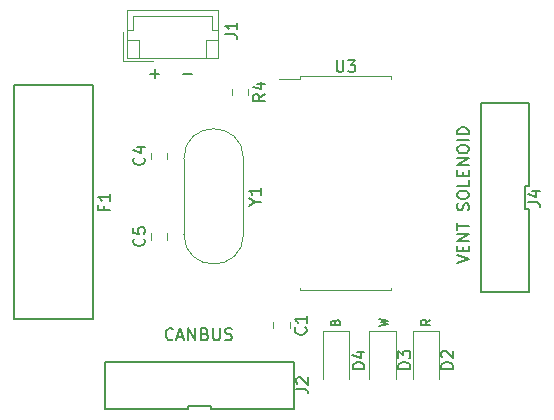
<source format=gto>
G04 #@! TF.GenerationSoftware,KiCad,Pcbnew,(5.1.6)-1*
G04 #@! TF.CreationDate,2021-02-16T02:40:24-05:00*
G04 #@! TF.ProjectId,vent,76656e74-2e6b-4696-9361-645f70636258,rev?*
G04 #@! TF.SameCoordinates,Original*
G04 #@! TF.FileFunction,Legend,Top*
G04 #@! TF.FilePolarity,Positive*
%FSLAX46Y46*%
G04 Gerber Fmt 4.6, Leading zero omitted, Abs format (unit mm)*
G04 Created by KiCad (PCBNEW (5.1.6)-1) date 2021-02-16 02:40:24*
%MOMM*%
%LPD*%
G01*
G04 APERTURE LIST*
%ADD10C,0.203200*%
%ADD11C,0.190500*%
%ADD12C,0.150000*%
%ADD13C,0.120000*%
G04 APERTURE END LIST*
D10*
X143614019Y-122798114D02*
X144630019Y-122459447D01*
X143614019Y-122120780D01*
X144097828Y-121782114D02*
X144097828Y-121443447D01*
X144630019Y-121298304D02*
X144630019Y-121782114D01*
X143614019Y-121782114D01*
X143614019Y-121298304D01*
X144630019Y-120862876D02*
X143614019Y-120862876D01*
X144630019Y-120282304D01*
X143614019Y-120282304D01*
X143614019Y-119943638D02*
X143614019Y-119363066D01*
X144630019Y-119653352D02*
X143614019Y-119653352D01*
X144581638Y-118298685D02*
X144630019Y-118153542D01*
X144630019Y-117911638D01*
X144581638Y-117814876D01*
X144533257Y-117766495D01*
X144436495Y-117718114D01*
X144339733Y-117718114D01*
X144242971Y-117766495D01*
X144194590Y-117814876D01*
X144146209Y-117911638D01*
X144097828Y-118105161D01*
X144049447Y-118201923D01*
X144001066Y-118250304D01*
X143904304Y-118298685D01*
X143807542Y-118298685D01*
X143710780Y-118250304D01*
X143662400Y-118201923D01*
X143614019Y-118105161D01*
X143614019Y-117863257D01*
X143662400Y-117718114D01*
X143614019Y-117089161D02*
X143614019Y-116895638D01*
X143662400Y-116798876D01*
X143759161Y-116702114D01*
X143952685Y-116653733D01*
X144291352Y-116653733D01*
X144484876Y-116702114D01*
X144581638Y-116798876D01*
X144630019Y-116895638D01*
X144630019Y-117089161D01*
X144581638Y-117185923D01*
X144484876Y-117282685D01*
X144291352Y-117331066D01*
X143952685Y-117331066D01*
X143759161Y-117282685D01*
X143662400Y-117185923D01*
X143614019Y-117089161D01*
X144630019Y-115734495D02*
X144630019Y-116218304D01*
X143614019Y-116218304D01*
X144097828Y-115395828D02*
X144097828Y-115057161D01*
X144630019Y-114912019D02*
X144630019Y-115395828D01*
X143614019Y-115395828D01*
X143614019Y-114912019D01*
X144630019Y-114476590D02*
X143614019Y-114476590D01*
X144630019Y-113896019D01*
X143614019Y-113896019D01*
X143614019Y-113218685D02*
X143614019Y-113025161D01*
X143662400Y-112928400D01*
X143759161Y-112831638D01*
X143952685Y-112783257D01*
X144291352Y-112783257D01*
X144484876Y-112831638D01*
X144581638Y-112928400D01*
X144630019Y-113025161D01*
X144630019Y-113218685D01*
X144581638Y-113315447D01*
X144484876Y-113412209D01*
X144291352Y-113460590D01*
X143952685Y-113460590D01*
X143759161Y-113412209D01*
X143662400Y-113315447D01*
X143614019Y-113218685D01*
X144630019Y-112347828D02*
X143614019Y-112347828D01*
X144630019Y-111864019D02*
X143614019Y-111864019D01*
X143614019Y-111622114D01*
X143662400Y-111476971D01*
X143759161Y-111380209D01*
X143855923Y-111331828D01*
X144049447Y-111283447D01*
X144194590Y-111283447D01*
X144388114Y-111331828D01*
X144484876Y-111380209D01*
X144581638Y-111476971D01*
X144630019Y-111622114D01*
X144630019Y-111864019D01*
X119565057Y-129191657D02*
X119516676Y-129240038D01*
X119371533Y-129288419D01*
X119274771Y-129288419D01*
X119129628Y-129240038D01*
X119032866Y-129143276D01*
X118984485Y-129046514D01*
X118936104Y-128852990D01*
X118936104Y-128707847D01*
X118984485Y-128514323D01*
X119032866Y-128417561D01*
X119129628Y-128320800D01*
X119274771Y-128272419D01*
X119371533Y-128272419D01*
X119516676Y-128320800D01*
X119565057Y-128369180D01*
X119952104Y-128998133D02*
X120435914Y-128998133D01*
X119855342Y-129288419D02*
X120194009Y-128272419D01*
X120532676Y-129288419D01*
X120871342Y-129288419D02*
X120871342Y-128272419D01*
X121451914Y-129288419D01*
X121451914Y-128272419D01*
X122274390Y-128756228D02*
X122419533Y-128804609D01*
X122467914Y-128852990D01*
X122516295Y-128949752D01*
X122516295Y-129094895D01*
X122467914Y-129191657D01*
X122419533Y-129240038D01*
X122322771Y-129288419D01*
X121935723Y-129288419D01*
X121935723Y-128272419D01*
X122274390Y-128272419D01*
X122371152Y-128320800D01*
X122419533Y-128369180D01*
X122467914Y-128465942D01*
X122467914Y-128562704D01*
X122419533Y-128659466D01*
X122371152Y-128707847D01*
X122274390Y-128756228D01*
X121935723Y-128756228D01*
X122951723Y-128272419D02*
X122951723Y-129094895D01*
X123000104Y-129191657D01*
X123048485Y-129240038D01*
X123145247Y-129288419D01*
X123338771Y-129288419D01*
X123435533Y-129240038D01*
X123483914Y-129191657D01*
X123532295Y-129094895D01*
X123532295Y-128272419D01*
X123967723Y-129240038D02*
X124112866Y-129288419D01*
X124354771Y-129288419D01*
X124451533Y-129240038D01*
X124499914Y-129191657D01*
X124548295Y-129094895D01*
X124548295Y-128998133D01*
X124499914Y-128901371D01*
X124451533Y-128852990D01*
X124354771Y-128804609D01*
X124161247Y-128756228D01*
X124064485Y-128707847D01*
X124016104Y-128659466D01*
X123967723Y-128562704D01*
X123967723Y-128465942D01*
X124016104Y-128369180D01*
X124064485Y-128320800D01*
X124161247Y-128272419D01*
X124403152Y-128272419D01*
X124548295Y-128320800D01*
D11*
X117640704Y-106752571D02*
X118414800Y-106752571D01*
X118027752Y-107139619D02*
X118027752Y-106365523D01*
X120446800Y-106752571D02*
X121220895Y-106752571D01*
X133320971Y-127783771D02*
X133357257Y-127674914D01*
X133393542Y-127638628D01*
X133466114Y-127602342D01*
X133574971Y-127602342D01*
X133647542Y-127638628D01*
X133683828Y-127674914D01*
X133720114Y-127747485D01*
X133720114Y-128037771D01*
X132958114Y-128037771D01*
X132958114Y-127783771D01*
X132994400Y-127711200D01*
X133030685Y-127674914D01*
X133103257Y-127638628D01*
X133175828Y-127638628D01*
X133248400Y-127674914D01*
X133284685Y-127711200D01*
X133320971Y-127783771D01*
X133320971Y-128037771D01*
X136971314Y-128113971D02*
X137733314Y-127932542D01*
X137189028Y-127787400D01*
X137733314Y-127642257D01*
X136971314Y-127460828D01*
X141340114Y-127551542D02*
X140977257Y-127805542D01*
X141340114Y-127986971D02*
X140578114Y-127986971D01*
X140578114Y-127696685D01*
X140614400Y-127624114D01*
X140650685Y-127587828D01*
X140723257Y-127551542D01*
X140832114Y-127551542D01*
X140904685Y-127587828D01*
X140940971Y-127624114D01*
X140977257Y-127696685D01*
X140977257Y-127986971D01*
D12*
X106115800Y-107731400D02*
X112835800Y-107731400D01*
X106115800Y-127531400D02*
X106115800Y-107731400D01*
X112835800Y-127531400D02*
X106115800Y-127531400D01*
X112835800Y-107731400D02*
X112835800Y-127531400D01*
D13*
X120487200Y-113921000D02*
X120487200Y-120321000D01*
X125537200Y-113921000D02*
X125537200Y-120321000D01*
X120487200Y-120321000D02*
G75*
G03*
X125537200Y-120321000I2525000J0D01*
G01*
X120487200Y-113921000D02*
G75*
G02*
X125537200Y-113921000I2525000J0D01*
G01*
X130330000Y-107212200D02*
X128515000Y-107212200D01*
X130330000Y-106967200D02*
X130330000Y-107212200D01*
X134190000Y-106967200D02*
X130330000Y-106967200D01*
X138050000Y-106967200D02*
X138050000Y-107212200D01*
X134190000Y-106967200D02*
X138050000Y-106967200D01*
X130330000Y-125087200D02*
X130330000Y-124842200D01*
X134190000Y-125087200D02*
X130330000Y-125087200D01*
X138050000Y-125087200D02*
X138050000Y-124842200D01*
X134190000Y-125087200D02*
X138050000Y-125087200D01*
X125957400Y-108023922D02*
X125957400Y-108541078D01*
X124537400Y-108023922D02*
X124537400Y-108541078D01*
D12*
X145675600Y-125221000D02*
X149675600Y-125221000D01*
X145675600Y-109221000D02*
X145675600Y-125221000D01*
X149675600Y-109221000D02*
X145675600Y-109221000D01*
X149675600Y-116221000D02*
X149675600Y-109221000D01*
X149375600Y-116221000D02*
X149675600Y-116221000D01*
X149375600Y-118221000D02*
X149375600Y-116221000D01*
X149675600Y-118221000D02*
X149375600Y-118221000D01*
X149675600Y-125221000D02*
X149675600Y-118221000D01*
X113799600Y-131130800D02*
X113799600Y-135130800D01*
X129799600Y-131130800D02*
X113799600Y-131130800D01*
X129799600Y-135130800D02*
X129799600Y-131130800D01*
X122799600Y-135130800D02*
X129799600Y-135130800D01*
X122799600Y-134830800D02*
X122799600Y-135130800D01*
X120799600Y-134830800D02*
X122799600Y-134830800D01*
X120799600Y-135130800D02*
X120799600Y-134830800D01*
X113799600Y-135130800D02*
X120799600Y-135130800D01*
D13*
X115367000Y-105683200D02*
X117867000Y-105683200D01*
X115367000Y-103183200D02*
X115367000Y-105683200D01*
X122387000Y-103883200D02*
X122387000Y-105383200D01*
X123387000Y-103883200D02*
X122387000Y-103883200D01*
X116667000Y-103883200D02*
X116667000Y-105383200D01*
X115667000Y-103883200D02*
X116667000Y-103883200D01*
X122887000Y-103073200D02*
X123387000Y-103073200D01*
X122887000Y-101863200D02*
X122887000Y-103073200D01*
X116167000Y-101863200D02*
X122887000Y-101863200D01*
X116167000Y-103073200D02*
X116167000Y-101863200D01*
X115667000Y-103073200D02*
X116167000Y-103073200D01*
X123387000Y-101363200D02*
X115667000Y-101363200D01*
X123387000Y-105383200D02*
X123387000Y-101363200D01*
X115667000Y-105383200D02*
X123387000Y-105383200D01*
X115667000Y-101363200D02*
X115667000Y-105383200D01*
X132240400Y-128553200D02*
X132240400Y-132613200D01*
X134510400Y-128553200D02*
X132240400Y-128553200D01*
X134510400Y-132613200D02*
X134510400Y-128553200D01*
X136152000Y-128527800D02*
X136152000Y-132587800D01*
X138422000Y-128527800D02*
X136152000Y-128527800D01*
X138422000Y-132587800D02*
X138422000Y-128527800D01*
X139860400Y-128513500D02*
X139860400Y-132573500D01*
X142130400Y-128513500D02*
X139860400Y-128513500D01*
X142130400Y-132573500D02*
X142130400Y-128513500D01*
X117679400Y-120779278D02*
X117679400Y-120262122D01*
X119099400Y-120779278D02*
X119099400Y-120262122D01*
X119099400Y-113925878D02*
X119099400Y-113408722D01*
X117679400Y-113925878D02*
X117679400Y-113408722D01*
X129437200Y-128297678D02*
X129437200Y-127780522D01*
X128017200Y-128297678D02*
X128017200Y-127780522D01*
D12*
X113720571Y-117964733D02*
X113720571Y-118298066D01*
X114244380Y-118298066D02*
X113244380Y-118298066D01*
X113244380Y-117821876D01*
X114244380Y-116917114D02*
X114244380Y-117488542D01*
X114244380Y-117202828D02*
X113244380Y-117202828D01*
X113387238Y-117298066D01*
X113482476Y-117393304D01*
X113530095Y-117488542D01*
X126513390Y-117597190D02*
X126989580Y-117597190D01*
X125989580Y-117930523D02*
X126513390Y-117597190D01*
X125989580Y-117263857D01*
X126989580Y-116406714D02*
X126989580Y-116978142D01*
X126989580Y-116692428D02*
X125989580Y-116692428D01*
X126132438Y-116787666D01*
X126227676Y-116882904D01*
X126275295Y-116978142D01*
X133428095Y-105579580D02*
X133428095Y-106389104D01*
X133475714Y-106484342D01*
X133523333Y-106531961D01*
X133618571Y-106579580D01*
X133809047Y-106579580D01*
X133904285Y-106531961D01*
X133951904Y-106484342D01*
X133999523Y-106389104D01*
X133999523Y-105579580D01*
X134380476Y-105579580D02*
X134999523Y-105579580D01*
X134666190Y-105960533D01*
X134809047Y-105960533D01*
X134904285Y-106008152D01*
X134951904Y-106055771D01*
X134999523Y-106151009D01*
X134999523Y-106389104D01*
X134951904Y-106484342D01*
X134904285Y-106531961D01*
X134809047Y-106579580D01*
X134523333Y-106579580D01*
X134428095Y-106531961D01*
X134380476Y-106484342D01*
X127349780Y-108449166D02*
X126873590Y-108782500D01*
X127349780Y-109020595D02*
X126349780Y-109020595D01*
X126349780Y-108639642D01*
X126397400Y-108544404D01*
X126445019Y-108496785D01*
X126540257Y-108449166D01*
X126683114Y-108449166D01*
X126778352Y-108496785D01*
X126825971Y-108544404D01*
X126873590Y-108639642D01*
X126873590Y-109020595D01*
X126683114Y-107592023D02*
X127349780Y-107592023D01*
X126302161Y-107830119D02*
X127016447Y-108068214D01*
X127016447Y-107449166D01*
X149642580Y-117605133D02*
X150356866Y-117605133D01*
X150499723Y-117652752D01*
X150594961Y-117747990D01*
X150642580Y-117890847D01*
X150642580Y-117986085D01*
X149975914Y-116700371D02*
X150642580Y-116700371D01*
X149594961Y-116938466D02*
X150309247Y-117176561D01*
X150309247Y-116557514D01*
X130008380Y-133429333D02*
X130722666Y-133429333D01*
X130865523Y-133476952D01*
X130960761Y-133572190D01*
X131008380Y-133715047D01*
X131008380Y-133810285D01*
X130103619Y-133000761D02*
X130056000Y-132953142D01*
X130008380Y-132857904D01*
X130008380Y-132619809D01*
X130056000Y-132524571D01*
X130103619Y-132476952D01*
X130198857Y-132429333D01*
X130294095Y-132429333D01*
X130436952Y-132476952D01*
X131008380Y-133048380D01*
X131008380Y-132429333D01*
X124003180Y-103406533D02*
X124717466Y-103406533D01*
X124860323Y-103454152D01*
X124955561Y-103549390D01*
X125003180Y-103692247D01*
X125003180Y-103787485D01*
X125003180Y-102406533D02*
X125003180Y-102977961D01*
X125003180Y-102692247D02*
X124003180Y-102692247D01*
X124146038Y-102787485D01*
X124241276Y-102882723D01*
X124288895Y-102977961D01*
X135783580Y-131751295D02*
X134783580Y-131751295D01*
X134783580Y-131513200D01*
X134831200Y-131370342D01*
X134926438Y-131275104D01*
X135021676Y-131227485D01*
X135212152Y-131179866D01*
X135355009Y-131179866D01*
X135545485Y-131227485D01*
X135640723Y-131275104D01*
X135735961Y-131370342D01*
X135783580Y-131513200D01*
X135783580Y-131751295D01*
X135116914Y-130322723D02*
X135783580Y-130322723D01*
X134735961Y-130560819D02*
X135450247Y-130798914D01*
X135450247Y-130179866D01*
X139644380Y-131725895D02*
X138644380Y-131725895D01*
X138644380Y-131487800D01*
X138692000Y-131344942D01*
X138787238Y-131249704D01*
X138882476Y-131202085D01*
X139072952Y-131154466D01*
X139215809Y-131154466D01*
X139406285Y-131202085D01*
X139501523Y-131249704D01*
X139596761Y-131344942D01*
X139644380Y-131487800D01*
X139644380Y-131725895D01*
X138644380Y-130821133D02*
X138644380Y-130202085D01*
X139025333Y-130535419D01*
X139025333Y-130392561D01*
X139072952Y-130297323D01*
X139120571Y-130249704D01*
X139215809Y-130202085D01*
X139453904Y-130202085D01*
X139549142Y-130249704D01*
X139596761Y-130297323D01*
X139644380Y-130392561D01*
X139644380Y-130678276D01*
X139596761Y-130773514D01*
X139549142Y-130821133D01*
X143267780Y-131711595D02*
X142267780Y-131711595D01*
X142267780Y-131473500D01*
X142315400Y-131330642D01*
X142410638Y-131235404D01*
X142505876Y-131187785D01*
X142696352Y-131140166D01*
X142839209Y-131140166D01*
X143029685Y-131187785D01*
X143124923Y-131235404D01*
X143220161Y-131330642D01*
X143267780Y-131473500D01*
X143267780Y-131711595D01*
X142363019Y-130759214D02*
X142315400Y-130711595D01*
X142267780Y-130616357D01*
X142267780Y-130378261D01*
X142315400Y-130283023D01*
X142363019Y-130235404D01*
X142458257Y-130187785D01*
X142553495Y-130187785D01*
X142696352Y-130235404D01*
X143267780Y-130806833D01*
X143267780Y-130187785D01*
X117096542Y-120687366D02*
X117144161Y-120734985D01*
X117191780Y-120877842D01*
X117191780Y-120973080D01*
X117144161Y-121115938D01*
X117048923Y-121211176D01*
X116953685Y-121258795D01*
X116763209Y-121306414D01*
X116620352Y-121306414D01*
X116429876Y-121258795D01*
X116334638Y-121211176D01*
X116239400Y-121115938D01*
X116191780Y-120973080D01*
X116191780Y-120877842D01*
X116239400Y-120734985D01*
X116287019Y-120687366D01*
X116191780Y-119782604D02*
X116191780Y-120258795D01*
X116667971Y-120306414D01*
X116620352Y-120258795D01*
X116572733Y-120163557D01*
X116572733Y-119925461D01*
X116620352Y-119830223D01*
X116667971Y-119782604D01*
X116763209Y-119734985D01*
X117001304Y-119734985D01*
X117096542Y-119782604D01*
X117144161Y-119830223D01*
X117191780Y-119925461D01*
X117191780Y-120163557D01*
X117144161Y-120258795D01*
X117096542Y-120306414D01*
X117096542Y-113833966D02*
X117144161Y-113881585D01*
X117191780Y-114024442D01*
X117191780Y-114119680D01*
X117144161Y-114262538D01*
X117048923Y-114357776D01*
X116953685Y-114405395D01*
X116763209Y-114453014D01*
X116620352Y-114453014D01*
X116429876Y-114405395D01*
X116334638Y-114357776D01*
X116239400Y-114262538D01*
X116191780Y-114119680D01*
X116191780Y-114024442D01*
X116239400Y-113881585D01*
X116287019Y-113833966D01*
X116525114Y-112976823D02*
X117191780Y-112976823D01*
X116144161Y-113214919D02*
X116858447Y-113453014D01*
X116858447Y-112833966D01*
X130786142Y-128203466D02*
X130833761Y-128251085D01*
X130881380Y-128393942D01*
X130881380Y-128489180D01*
X130833761Y-128632038D01*
X130738523Y-128727276D01*
X130643285Y-128774895D01*
X130452809Y-128822514D01*
X130309952Y-128822514D01*
X130119476Y-128774895D01*
X130024238Y-128727276D01*
X129929000Y-128632038D01*
X129881380Y-128489180D01*
X129881380Y-128393942D01*
X129929000Y-128251085D01*
X129976619Y-128203466D01*
X130881380Y-127251085D02*
X130881380Y-127822514D01*
X130881380Y-127536800D02*
X129881380Y-127536800D01*
X130024238Y-127632038D01*
X130119476Y-127727276D01*
X130167095Y-127822514D01*
M02*

</source>
